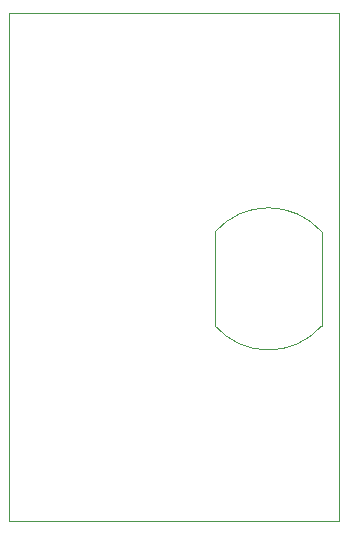
<source format=gbr>
G04 #@! TF.GenerationSoftware,KiCad,Pcbnew,8.0.0*
G04 #@! TF.CreationDate,2024-06-05T07:53:31-07:00*
G04 #@! TF.ProjectId,sim_switch,73696d5f-7377-4697-9463-682e6b696361,rev?*
G04 #@! TF.SameCoordinates,Original*
G04 #@! TF.FileFunction,Profile,NP*
%FSLAX46Y46*%
G04 Gerber Fmt 4.6, Leading zero omitted, Abs format (unit mm)*
G04 Created by KiCad (PCBNEW 8.0.0) date 2024-06-05 07:53:31*
%MOMM*%
%LPD*%
G01*
G04 APERTURE LIST*
G04 #@! TA.AperFunction,Profile*
%ADD10C,0.050000*%
G04 #@! TD*
G04 #@! TA.AperFunction,Profile*
%ADD11C,0.100000*%
G04 #@! TD*
G04 APERTURE END LIST*
D10*
X140000000Y-54500000D02*
X168000000Y-54500000D01*
X168000000Y-97500000D01*
X140000000Y-97500000D01*
X140000000Y-54500000D01*
D11*
X157500000Y-73000000D02*
X157500000Y-81000000D01*
X166500000Y-73000000D02*
X166500000Y-81000000D01*
X157500000Y-73000000D02*
G75*
G02*
X166500000Y-73000000I4500000J-4000000D01*
G01*
X166499999Y-80999999D02*
G75*
G02*
X157500001Y-80999999I-4499999J4000000D01*
G01*
M02*

</source>
